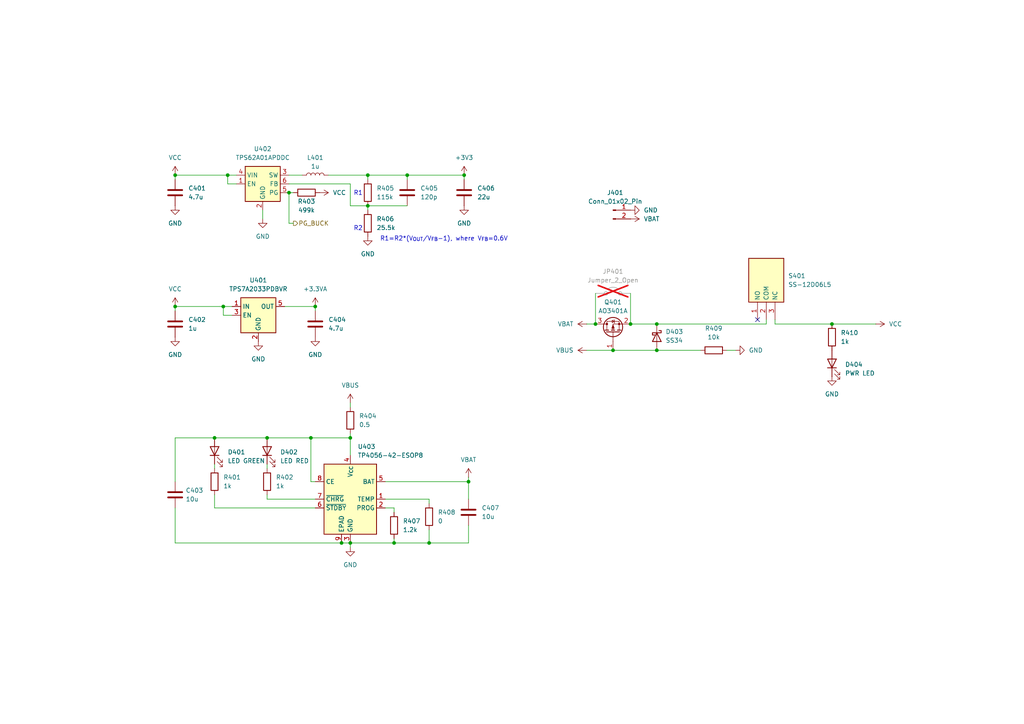
<source format=kicad_sch>
(kicad_sch (version 20250114) (generator "eeschema") (generator_version "9.0")
  (paper "A4")
  (title_block (title "Power") (date "2026-02-04") (rev "1.0.0"))
  (lib_symbols
    (symbol "Battery_Management:TP4056-42-ESOP8"
      (property "Reference" "U" (at -6.604 11.684 0))
      (property "Value" "TP4056-42-ESOP8" (at 10.16 11.684 0))
      (symbol "TP4056-42-ESOP8_1_0"
        (pin input line (at -10.16 5.08 0) (length 2.54) (name "CE") (number "8"))
        (pin open_collector line (at -10.16 0 0) (length 2.54) (name "~{CHRG}") (number "7"))
        (pin open_collector line (at -10.16 -2.54 0) (length 2.54) (name "~{STDBY}") (number "6"))
        (pin passive line (at -2.54 -12.7 90) (length 2.54) (name "EPAD") (number "9"))
        (pin power_in line (at 0 12.7 270) (length 2.54) (name "V_{CC}") (number "4"))
        (pin power_in line (at 0 -12.7 90) (length 2.54) (name "GND") (number "3"))
        (pin power_out line (at 10.16 5.08 180) (length 2.54) (name "BAT") (number "5"))
        (pin input line (at 10.16 0 180) (length 2.54) (name "TEMP") (number "1"))
        (pin passive line (at 10.16 -2.54 180) (length 2.54) (name "PROG") (number "2"))
      )
      (symbol "TP4056-42-ESOP8_1_1"
        (rectangle (start -7.62 10.16) (end 7.62 -10.16) (stroke (width 0.254)) (fill (type background)))
      )
    )
    (symbol "Connector:Conn_01x02_Pin" (pin_names (offset 1.016) (hide yes))
      (property "Reference" "J" (at 0 2.54 0))
      (property "Value" "Conn_01x02_Pin" (at 0 -5.08 0))
      (symbol "Conn_01x02_Pin_1_1"
        (rectangle (start 0.8636 0.127) (end 0 -0.127) (stroke (width 0.1524)) (fill (type outline)))
        (rectangle (start 0.8636 -2.413) (end 0 -2.667) (stroke (width 0.1524)) (fill (type outline)))
        (polyline (pts (xy 1.27 0) (xy 0.8636 0)) (stroke (width 0.1524)))
        (polyline (pts (xy 1.27 -2.54) (xy 0.8636 -2.54)) (stroke (width 0.1524)))
        (pin passive line (at 5.08 0 180) (length 3.81) (name "Pin_1") (number "1"))
        (pin passive line (at 5.08 -2.54 180) (length 3.81) (name "Pin_2") (number "2"))
      )
    )
    (symbol "Device:C" (pin_numbers (hide yes)) (pin_names (offset 0.254))
      (property "Reference" "C" (at 0.635 2.54 0))
      (property "Value" "C" (at 0.635 -2.54 0))
      (symbol "C_0_1"
        (polyline (pts (xy -2.032 0.762) (xy 2.032 0.762)) (stroke (width 0.508)))
        (polyline (pts (xy -2.032 -0.762) (xy 2.032 -0.762)) (stroke (width 0.508)))
      )
      (symbol "C_1_1"
        (pin passive line (at 0 3.81 270) (length 2.794) (name "~") (number "1"))
        (pin passive line (at 0 -3.81 90) (length 2.794) (name "~") (number "2"))
      )
    )
    (symbol "Device:L" (pin_numbers (hide yes)) (pin_names (offset 1.016) (hide yes))
      (property "Reference" "L" (at -1.27 0 90))
      (property "Value" "L" (at 1.905 0 90))
      (symbol "L_0_1"
        (arc (start 0 2.54) (mid 0.6323 1.905) (end 0 1.27))
        (arc (start 0 1.27) (mid 0.6323 0.635) (end 0 0))
        (arc (start 0 0) (mid 0.6323 -0.635) (end 0 -1.27))
        (arc (start 0 -1.27) (mid 0.6323 -1.905) (end 0 -2.54))
      )
      (symbol "L_1_1"
        (pin passive line (at 0 3.81 270) (length 1.27) (name "1") (number "1"))
        (pin passive line (at 0 -3.81 90) (length 1.27) (name "2") (number "2"))
      )
    )
    (symbol "Device:LED" (pin_numbers (hide yes)) (pin_names (offset 1.016) (hide yes))
      (property "Reference" "D" (at 0 2.54 0))
      (property "Value" "LED" (at 0 -2.54 0))
      (symbol "LED_0_1"
        (polyline (pts (xy -3.048 -0.762) (xy -4.572 -2.286) (xy -3.81 -2.286) (xy -4.572 -2.286) (xy -4.572 -1.524)))
        (polyline (pts (xy -1.778 -0.762) (xy -3.302 -2.286) (xy -2.54 -2.286) (xy -3.302 -2.286) (xy -3.302 -1.524)))
        (polyline (pts (xy -1.27 0) (xy 1.27 0)))
        (polyline (pts (xy -1.27 -1.27) (xy -1.27 1.27)) (stroke (width 0.254)))
        (polyline (pts (xy 1.27 -1.27) (xy 1.27 1.27) (xy -1.27 0) (xy 1.27 -1.27)) (stroke (width 0.254)))
      )
      (symbol "LED_1_1"
        (pin passive line (at -3.81 0 0) (length 2.54) (name "K") (number "1"))
        (pin passive line (at 3.81 0 180) (length 2.54) (name "A") (number "2"))
      )
    )
    (symbol "Device:R" (pin_numbers (hide yes)) (pin_names (offset 0))
      (property "Reference" "R" (at 2.032 0 90))
      (property "Value" "R" (at 0 0 90))
      (symbol "R_0_1"
        (rectangle (start -1.016 -2.54) (end 1.016 2.54) (stroke (width 0.254)))
      )
      (symbol "R_1_1"
        (pin passive line (at 0 3.81 270) (length 1.27) (name "~") (number "1"))
        (pin passive line (at 0 -3.81 90) (length 1.27) (name "~") (number "2"))
      )
    )
    (symbol "Diode:SS34" (pin_numbers (hide yes)) (pin_names (offset 1.016) (hide yes))
      (property "Reference" "D" (at 0 2.54 0))
      (property "Value" "SS34" (at 0 -2.54 0))
      (symbol "SS34_0_1"
        (polyline (pts (xy -1.905 0.635) (xy -1.905 1.27) (xy -1.27 1.27) (xy -1.27 -1.27) (xy -0.635 -1.27) (xy -0.635 -0.635)) (stroke (width 0.254)))
        (polyline (pts (xy 1.27 1.27) (xy 1.27 -1.27) (xy -1.27 0) (xy 1.27 1.27)) (stroke (width 0.254)))
        (polyline (pts (xy 1.27 0) (xy -1.27 0)))
      )
      (symbol "SS34_1_1"
        (pin passive line (at -3.81 0 0) (length 2.54) (name "K") (number "1"))
        (pin passive line (at 3.81 0 180) (length 2.54) (name "A") (number "2"))
      )
    )
    (symbol "Jumper:Jumper_2_Open" (pin_numbers (hide yes)) (pin_names (offset 0) (hide yes))
      (property "Reference" "JP" (at 0 2.794 0))
      (property "Value" "Jumper_2_Open" (at 0 -2.286 0))
      (symbol "Jumper_2_Open_0_0"
        (circle (center -2.032 0) (radius 0.508))
        (circle (center 2.032 0) (radius 0.508))
      )
      (symbol "Jumper_2_Open_0_1"
        (arc (start -1.524 1.27) (mid 0 1.778) (end 1.524 1.27))
      )
      (symbol "Jumper_2_Open_1_1"
        (pin passive line (at -5.08 0 0) (length 2.54) (name "A") (number "1"))
        (pin passive line (at 5.08 0 180) (length 2.54) (name "B") (number "2"))
      )
    )
    (symbol "Regulator_Linear:TPS7A0533PDBV"
      (property "Reference" "U" (at -3.81 6.35 0))
      (property "Value" "TPS7A0533PDBV" (at 6.35 6.35 0))
      (symbol "TPS7A0533PDBV_0_1"
        (rectangle (start -5.08 -5.08) (end 5.08 5.08) (stroke (width 0.254)) (fill (type background)))
        (pin power_in line (at -7.62 2.54 0) (length 2.54) (name "IN") (number "1"))
        (pin input line (at -7.62 0 0) (length 2.54) (name "EN") (number "3"))
        (pin power_in line (at 0 -7.62 90) (length 2.54) (name "GND") (number "2"))
        (pin no_connect line (at 5.08 0 180) (length 2.54) (hide yes) (name "NC") (number "4"))
        (pin power_out line (at 7.62 2.54 180) (length 2.54) (name "OUT") (number "5"))
      )
    )
    (symbol "Regulator_Switching:TPS62A01APDDC"
      (property "Reference" "U" (at -5.08 6.35 0))
      (property "Value" "TPS62A01APDDC" (at 0 6.35 0))
      (symbol "TPS62A01APDDC_0_1"
        (rectangle (start -5.08 5.08) (end 5.08 -5.08) (stroke (width 0.254)) (fill (type background)))
      )
      (symbol "TPS62A01APDDC_1_1"
        (pin power_in line (at -7.62 2.54 0) (length 2.54) (name "VIN") (number "4"))
        (pin input line (at -7.62 0 0) (length 2.54) (name "EN") (number "1"))
        (pin power_in line (at 0 -7.62 90) (length 2.54) (name "GND") (number "2"))
        (pin power_out line (at 7.62 2.54 180) (length 2.54) (name "SW") (number "3"))
        (pin input line (at 7.62 0 180) (length 2.54) (name "FB") (number "6"))
        (pin open_collector line (at 7.62 -2.54 180) (length 2.54) (name "PG") (number "5"))
      )
    )
    (symbol "SS-12D06L5:SS-12D06L5"
      (property "Reference" "S" (at 7.62 10.16 0))
      (property "Value" "SS-12D06L5" (at 7.62 7.62 0))
      (symbol "SS-12D06L5_1_1"
        (rectangle (start -6.35 5.08) (end 6.35 -5.08) (stroke (width 0.254)) (fill (type background)))
        (pin passive line (at -11.43 2.54 0) (length 5.08) (name "NO") (number "1"))
        (pin passive line (at -11.43 0 0) (length 5.08) (name "COM") (number "2"))
        (pin passive line (at -11.43 -2.54 0) (length 5.08) (name "NC") (number "3"))
      )
    )
    (symbol "Transistor_FET:AO3401A" (pin_names (hide yes))
      (property "Reference" "Q" (at 5.08 1.905 0))
      (property "Value" "AO3401A" (at 5.08 0 0))
      (symbol "AO3401A_0_1"
        (polyline (pts (xy 0.254 1.905) (xy 0.254 -1.905)) (stroke (width 0.254)))
        (polyline (pts (xy 0.254 0) (xy -2.54 0)))
        (polyline (pts (xy 0.762 2.286) (xy 0.762 1.27)) (stroke (width 0.254)))
        (polyline (pts (xy 0.762 1.778) (xy 3.302 1.778) (xy 3.302 -1.778) (xy 0.762 -1.778)))
        (polyline (pts (xy 0.762 0.508) (xy 0.762 -0.508)) (stroke (width 0.254)))
        (polyline (pts (xy 0.762 -1.27) (xy 0.762 -2.286)) (stroke (width 0.254)))
        (circle (center 1.651 0) (radius 2.794) (stroke (width 0.254)))
        (polyline (pts (xy 2.286 0) (xy 1.27 0.381) (xy 1.27 -0.381) (xy 2.286 0)) (fill (type outline)))
        (polyline (pts (xy 2.54 2.54) (xy 2.54 1.778)))
        (circle (center 2.54 1.778) (radius 0.254) (fill (type outline)))
        (circle (center 2.54 -1.778) (radius 0.254) (fill (type outline)))
        (polyline (pts (xy 2.54 -2.54) (xy 2.54 0) (xy 0.762 0)))
        (polyline (pts (xy 2.794 -0.508) (xy 2.921 -0.381) (xy 3.683 -0.381) (xy 3.81 -0.254)))
        (polyline (pts (xy 3.302 -0.381) (xy 2.921 0.254) (xy 3.683 0.254) (xy 3.302 -0.381)))
      )
      (symbol "AO3401A_1_1"
        (pin input line (at -5.08 0 0) (length 2.54) (name "G") (number "1"))
        (pin passive line (at 2.54 5.08 270) (length 2.54) (name "D") (number "3"))
        (pin passive line (at 2.54 -5.08 90) (length 2.54) (name "S") (number "2"))
      )
    )
    (symbol "power:+3.3VA" (power) (pin_numbers (hide yes)) (pin_names (offset 0) (hide yes))
      (property "Value" "+3.3VA" (at 0 3.556 0))
      (symbol "+3.3VA_0_1"
        (polyline (pts (xy -0.762 1.27) (xy 0 2.54)))
        (polyline (pts (xy 0 2.54) (xy 0.762 1.27)))
        (polyline (pts (xy 0 0) (xy 0 2.54)))
      )
      (symbol "+3.3VA_1_1"
        (pin power_in line (at 0 0 90) (length 0) (name "~") (number "1"))
      )
    )
    (symbol "power:+3V3" (power) (pin_numbers (hide yes)) (pin_names (offset 0) (hide yes))
      (property "Value" "+3V3" (at 0 3.556 0))
      (symbol "+3V3_0_1"
        (polyline (pts (xy -0.762 1.27) (xy 0 2.54)))
        (polyline (pts (xy 0 2.54) (xy 0.762 1.27)))
        (polyline (pts (xy 0 0) (xy 0 2.54)))
      )
      (symbol "+3V3_1_1"
        (pin power_in line (at 0 0 90) (length 0) (name "~") (number "1"))
      )
    )
    (symbol "power:GND" (power) (pin_numbers (hide yes)) (pin_names (offset 0) (hide yes))
      (property "Value" "GND" (at 0 -3.81 0))
      (symbol "GND_0_1"
        (polyline (pts (xy 0 0) (xy 0 -1.27) (xy 1.27 -1.27) (xy 0 -2.54) (xy -1.27 -1.27) (xy 0 -1.27)))
      )
      (symbol "GND_1_1"
        (pin power_in line (at 0 0 270) (length 0) (name "~") (number "1"))
      )
    )
    (symbol "power:VBUS" (power) (pin_numbers (hide yes)) (pin_names (offset 0) (hide yes))
      (property "Value" "VBUS" (at 0 3.556 0))
      (symbol "VBUS_0_1"
        (polyline (pts (xy -0.762 1.27) (xy 0 2.54)))
        (polyline (pts (xy 0 2.54) (xy 0.762 1.27)))
        (polyline (pts (xy 0 0) (xy 0 2.54)))
      )
      (symbol "VBUS_1_1"
        (pin power_in line (at 0 0 90) (length 0) (name "~") (number "1"))
      )
    )
    (symbol "power:VCC" (power) (pin_numbers (hide yes)) (pin_names (offset 0) (hide yes))
      (property "Value" "VCC" (at 0 3.556 0))
      (symbol "VCC_0_1"
        (polyline (pts (xy -0.762 1.27) (xy 0 2.54)))
        (polyline (pts (xy 0 2.54) (xy 0.762 1.27)))
        (polyline (pts (xy 0 0) (xy 0 2.54)))
      )
      (symbol "VCC_1_1"
        (pin power_in line (at 0 0 90) (length 0) (name "~") (number "1"))
      )
    )
  )
  (text "R1=R2*(V_{OUT}/V_{FB}-1), where V_{FB}=0.6V" (at 128.778 69.342 0) (effects (font (size 1.27 1.27))))
  (text "R1\n\n\n\n\nR2" (at 103.886 61.214 0) (effects (font (size 1.27 1.27))))
  (junction (at 83.82 55.88))
  (junction (at 90.17 127))
  (junction (at 118.11 50.8))
  (junction (at 66.04 50.8))
  (junction (at 182.88 93.98))
  (junction (at 134.62 50.8))
  (junction (at 101.6 157.48))
  (junction (at 124.46 157.48))
  (junction (at 172.72 93.98))
  (junction (at 135.89 139.7))
  (junction (at 106.68 59.69))
  (junction (at 50.8 50.8))
  (junction (at 77.47 127))
  (junction (at 64.77 88.9))
  (junction (at 190.5 101.6))
  (junction (at 106.68 50.8))
  (junction (at 177.8 101.6))
  (junction (at 190.5 93.98))
  (junction (at 50.8 88.9))
  (junction (at 99.06 157.48))
  (junction (at 241.3 93.98))
  (junction (at 114.3 157.48))
  (junction (at 91.44 88.9))
  (junction (at 62.23 127))
  (junction (at 101.6 127))
  (no_connect (at 219.71 92.71))
  (wire (pts (xy 170.18 101.6) (xy 177.8 101.6)))
  (wire (pts (xy 90.17 139.7) (xy 90.17 127)))
  (wire (pts (xy 111.76 144.78) (xy 124.46 144.78)))
  (wire (pts (xy 77.47 127) (xy 90.17 127)))
  (wire (pts (xy 124.46 157.48) (xy 114.3 157.48)))
  (wire (pts (xy 224.79 93.98) (xy 224.79 92.71)))
  (wire (pts (xy 50.8 127) (xy 62.23 127)))
  (wire (pts (xy 106.68 50.8) (xy 118.11 50.8)))
  (wire (pts (xy 95.25 50.8) (xy 106.68 50.8)))
  (wire (pts (xy 222.25 93.98) (xy 222.25 92.71)))
  (wire (pts (xy 190.5 101.6) (xy 203.2 101.6)))
  (wire (pts (xy 190.5 93.98) (xy 222.25 93.98)))
  (wire (pts (xy 64.77 91.44) (xy 64.77 88.9)))
  (wire (pts (xy 118.11 50.8) (xy 118.11 52.07)))
  (wire (pts (xy 134.62 50.8) (xy 134.62 52.07)))
  (wire (pts (xy 135.89 138.43) (xy 135.89 139.7)))
  (wire (pts (xy 50.8 127) (xy 50.8 139.7)))
  (wire (pts (xy 83.82 50.8) (xy 87.63 50.8)))
  (wire (pts (xy 50.8 147.32) (xy 50.8 157.48)))
  (wire (pts (xy 101.6 59.69) (xy 106.68 59.69)))
  (wire (pts (xy 99.06 157.48) (xy 101.6 157.48)))
  (wire (pts (xy 50.8 50.8) (xy 66.04 50.8)))
  (wire (pts (xy 66.04 50.8) (xy 68.58 50.8)))
  (wire (pts (xy 62.23 147.32) (xy 91.44 147.32)))
  (wire (pts (xy 62.23 127) (xy 77.47 127)))
  (wire (pts (xy 114.3 157.48) (xy 101.6 157.48)))
  (wire (pts (xy 213.36 101.6) (xy 210.82 101.6)))
  (wire (pts (xy 124.46 153.67) (xy 124.46 157.48)))
  (wire (pts (xy 67.31 91.44) (xy 64.77 91.44)))
  (wire (pts (xy 111.76 147.32) (xy 114.3 147.32)))
  (wire (pts (xy 101.6 158.75) (xy 101.6 157.48)))
  (wire (pts (xy 135.89 152.4) (xy 135.89 157.48)))
  (wire (pts (xy 83.82 53.34) (xy 101.6 53.34)))
  (wire (pts (xy 90.17 127) (xy 101.6 127)))
  (wire (pts (xy 124.46 144.78) (xy 124.46 146.05)))
  (wire (pts (xy 172.72 85.09) (xy 172.72 93.98)))
  (wire (pts (xy 135.89 139.7) (xy 135.89 144.78)))
  (wire (pts (xy 177.8 101.6) (xy 190.5 101.6)))
  (wire (pts (xy 106.68 59.69) (xy 118.11 59.69)))
  (wire (pts (xy 85.09 64.77) (xy 83.82 64.77)))
  (wire (pts (xy 101.6 125.73) (xy 101.6 127)))
  (wire (pts (xy 101.6 116.84) (xy 101.6 118.11)))
  (wire (pts (xy 50.8 157.48) (xy 99.06 157.48)))
  (wire (pts (xy 68.58 53.34) (xy 66.04 53.34)))
  (wire (pts (xy 114.3 156.21) (xy 114.3 157.48)))
  (wire (pts (xy 83.82 55.88) (xy 83.82 64.77)))
  (wire (pts (xy 224.79 93.98) (xy 241.3 93.98)))
  (wire (pts (xy 85.09 55.88) (xy 83.82 55.88)))
  (wire (pts (xy 106.68 50.8) (xy 106.68 52.07)))
  (wire (pts (xy 50.8 88.9) (xy 64.77 88.9)))
  (wire (pts (xy 101.6 53.34) (xy 101.6 59.69)))
  (wire (pts (xy 91.44 88.9) (xy 91.44 90.17)))
  (wire (pts (xy 135.89 157.48) (xy 124.46 157.48)))
  (wire (pts (xy 62.23 134.62) (xy 62.23 135.89)))
  (wire (pts (xy 50.8 90.17) (xy 50.8 88.9)))
  (wire (pts (xy 76.2 60.96) (xy 76.2 63.5)))
  (wire (pts (xy 241.3 93.98) (xy 254 93.98)))
  (wire (pts (xy 64.77 88.9) (xy 67.31 88.9)))
  (wire (pts (xy 77.47 143.51) (xy 77.47 144.78)))
  (wire (pts (xy 77.47 134.62) (xy 77.47 135.89)))
  (wire (pts (xy 66.04 50.8) (xy 66.04 53.34)))
  (wire (pts (xy 118.11 50.8) (xy 134.62 50.8)))
  (wire (pts (xy 82.55 88.9) (xy 91.44 88.9)))
  (wire (pts (xy 170.18 93.98) (xy 172.72 93.98)))
  (wire (pts (xy 111.76 139.7) (xy 135.89 139.7)))
  (wire (pts (xy 106.68 59.69) (xy 106.68 60.96)))
  (wire (pts (xy 114.3 147.32) (xy 114.3 148.59)))
  (wire (pts (xy 77.47 144.78) (xy 91.44 144.78)))
  (wire (pts (xy 50.8 50.8) (xy 50.8 52.07)))
  (wire (pts (xy 182.88 93.98) (xy 190.5 93.98)))
  (wire (pts (xy 101.6 127) (xy 101.6 132.08)))
  (wire (pts (xy 91.44 139.7) (xy 90.17 139.7)))
  (wire (pts (xy 182.88 85.09) (xy 182.88 93.98)))
  (wire (pts (xy 62.23 143.51) (xy 62.23 147.32)))
  (hierarchical_label "PG_BUCK" (shape output) (at 85.09 64.77 0))
  (symbol (lib_id "power:+3V3") (at 134.62 50.8 0) (unit 1)
    (property "Reference" "#PWR0413" (effects (hide yes)))
    (property "Value" "+3V3" (at 134.62 45.72 0))
    (property "Description" "Power symbol creates a global label with name \"+3V3\"" (effects (hide yes)))
  )
  (symbol (lib_id "Device:R") (at 207.01 101.6 90) (unit 1)
    (property "Reference" "R409" (at 207.01 95.25 90))
    (property "Value" "10k" (at 207.01 97.79 90))
    (property "Footprint" "Resistor_SMD:R_0603_1608Metric" (effects (hide yes)))
    (property "Description" "Resistor" (effects (hide yes)))
  )
  (symbol (lib_id "power:VBUS") (at 182.88 63.5 270) (unit 1)
    (property "Reference" "#PWR0419" (effects (hide yes)))
    (property "Value" "VBAT" (at 186.69 63.4999 90) (effects (justify left)))
    (property "Description" "Power symbol creates a global label with name \"VBUS\"" (effects (hide yes)))
  )
  (symbol (lib_id "power:GND") (at 50.8 97.79 0) (unit 1)
    (property "Reference" "#PWR0404" (effects (hide yes)))
    (property "Value" "GND" (at 50.8 102.87 0))
    (property "Description" "Power symbol creates a global label with name \"GND\" , ground" (effects (hide yes)))
  )
  (symbol (lib_id "Regulator_Switching:TPS62A01APDDC") (at 76.2 53.34 0) (unit 1)
    (property "Reference" "U402" (at 76.2 43.18 0))
    (property "Value" "TPS62A01APDDC" (at 76.2 45.72 0))
    (property "Footprint" "Package_TO_SOT_SMD:SOT-23-6" (effects (hide yes)))
    (property "Datasheet" "https://www.ti.com/lit/gpn/tps62a01a" (effects (hide yes)))
    (property "Description" "High Efficiency Synchronous Buck Converter with forced PWM, Adjustable Output 0.6V-5.5V, 1A, Power Good, Enable, SOT-23-6" (effects (hide yes)))
  )
  (symbol (lib_id "Diode:SS34") (at 190.5 97.79 270) (unit 1)
    (property "Reference" "D403" (at 193.04 96.2024 90) (effects (justify left)))
    (property "Value" "SS34" (at 193.04 98.7424 90) (effects (justify left)))
    (property "Footprint" "Diode_SMD:D_SMA" (effects (hide yes)))
    (property "Datasheet" "https://www.vishay.com/docs/88751/ss32.pdf" (effects (hide yes)))
    (property "Description" "40V 3A Schottky Diode, SMA" (effects (hide yes)))
  )
  (symbol (lib_id "power:GND") (at 241.3 109.22 0) (unit 1)
    (property "Reference" "#PWR0421" (effects (hide yes)))
    (property "Value" "GND" (at 241.3 114.3 0))
    (property "Description" "Power symbol creates a global label with name \"GND\" , ground" (effects (hide yes)))
  )
  (symbol (lib_id "power:VCC") (at 50.8 50.8 0) (unit 1)
    (property "Reference" "#PWR0401" (effects (hide yes)))
    (property "Value" "VCC" (at 50.8 45.72 0))
    (property "Description" "Power symbol creates a global label with name \"VCC\"" (effects (hide yes)))
  )
  (symbol (lib_id "Battery_Management:TP4056-42-ESOP8") (at 101.6 144.78 0) (unit 1)
    (property "Reference" "U403" (at 103.7433 129.54 0) (effects (justify left)))
    (property "Value" "TP4056-42-ESOP8" (at 103.7433 132.08 0) (effects (justify left)))
    (property "Footprint" "Package_SO:SOIC-8-1EP_3.9x4.9mm_P1.27mm_EP2.41x3.3mm_ThermalVias" (effects (hide yes)))
    (property "Datasheet" "https://www.lcsc.com/datasheet/lcsc_datasheet_2410121619_TOPPOWER-Nanjing-Extension-Microelectronics-TP4056-42-ESOP8_C16581.pdf" (effects (hide yes)))
    (property "Description" "1A Standalone Linear Li-ion/LiPo single-cell battery charger, 4.2V ±1% charge voltage, VCC = 4.0..8.0V, SOIC-8 (SOP-8)" (effects (hide yes)))
  )
  (symbol (lib_id "Device:C") (at 50.8 55.88 0) (unit 1)
    (property "Reference" "C401" (at 54.61 54.6099 0) (effects (justify left)))
    (property "Value" "4.7u" (at 54.61 57.1499 0) (effects (justify left)))
    (property "Footprint" "Capacitor_SMD:C_0603_1608Metric" (effects (hide yes)))
    (property "Description" "Unpolarized capacitor" (effects (hide yes)))
  )
  (symbol (lib_id "power:GND") (at 213.36 101.6 90) (unit 1)
    (property "Reference" "#PWR0420" (effects (hide yes)))
    (property "Value" "GND" (at 217.17 101.5999 90) (effects (justify right)))
    (property "Description" "Power symbol creates a global label with name \"GND\" , ground" (effects (hide yes)))
  )
  (symbol (lib_id "power:GND") (at 182.88 60.96 90) (unit 1)
    (property "Reference" "#PWR0418" (effects (hide yes)))
    (property "Value" "GND" (at 186.69 60.9599 90) (effects (justify right)))
    (property "Description" "Power symbol creates a global label with name \"GND\" , ground" (effects (hide yes)))
  )
  (symbol (lib_id "Transistor_FET:AO3401A") (at 177.8 96.52 90) (unit 1)
    (property "Reference" "Q401" (at 177.8 87.63 90))
    (property "Value" "AO3401A" (at 177.8 90.17 90))
    (property "Footprint" "Package_TO_SOT_SMD:SOT-23" (effects (hide yes)))
    (property "Datasheet" "http://www.aosmd.com/pdfs/datasheet/AO3401A.pdf" (effects (hide yes)))
    (property "Description" "-4.0A Id, -30V Vds, P-Channel MOSFET, SOT-23" (effects (hide yes)))
  )
  (symbol (lib_id "Device:R") (at 88.9 55.88 90) (unit 1)
    (property "Reference" "R403" (at 88.9 58.42 90))
    (property "Value" "499k" (at 88.9 60.96 90))
    (property "Footprint" "Resistor_SMD:R_0603_1608Metric" (effects (hide yes)))
    (property "Description" "Resistor" (effects (hide yes)))
  )
  (symbol (lib_id "power:VBUS") (at 135.89 138.43 0) (unit 1)
    (property "Reference" "#PWR0415" (effects (hide yes)))
    (property "Value" "VBAT" (at 135.89 133.35 0))
    (property "Description" "Power symbol creates a global label with name \"VBUS\"" (effects (hide yes)))
  )
  (symbol (lib_id "power:GND") (at 134.62 59.69 0) (unit 1)
    (property "Reference" "#PWR0414" (effects (hide yes)))
    (property "Value" "GND" (at 134.62 64.77 0))
    (property "Description" "Power symbol creates a global label with name \"GND\" , ground" (effects (hide yes)))
  )
  (symbol (lib_id "power:VBUS") (at 170.18 93.98 90) (unit 1)
    (property "Reference" "#PWR0416" (effects (hide yes)))
    (property "Value" "VBAT" (at 166.37 93.9799 90) (effects (justify left)))
    (property "Description" "Power symbol creates a global label with name \"VBUS\"" (effects (hide yes)))
  )
  (symbol (lib_id "Device:C") (at 91.44 93.98 0) (unit 1)
    (property "Reference" "C404" (at 95.25 92.7099 0) (effects (justify left)))
    (property "Value" "4.7u" (at 95.25 95.2499 0) (effects (justify left)))
    (property "Footprint" "Capacitor_SMD:C_0603_1608Metric" (effects (hide yes)))
    (property "Description" "Unpolarized capacitor" (effects (hide yes)))
  )
  (symbol (lib_id "Device:C") (at 135.89 148.59 0) (unit 1)
    (property "Reference" "C407" (at 139.7 147.3199 0) (effects (justify left)))
    (property "Value" "10u" (at 139.7 149.8599 0) (effects (justify left)))
    (property "Footprint" "Capacitor_SMD:C_0603_1608Metric" (effects (hide yes)))
    (property "Description" "Unpolarized capacitor" (effects (hide yes)))
  )
  (symbol (lib_id "Device:R") (at 241.3 97.79 0) (unit 1)
    (property "Reference" "R410" (at 243.84 96.5199 0) (effects (justify left)))
    (property "Value" "1k" (at 243.84 99.0599 0) (effects (justify left)))
    (property "Footprint" "Resistor_SMD:R_0603_1608Metric" (effects (hide yes)))
    (property "Description" "Resistor" (effects (hide yes)))
  )
  (symbol (lib_id "Regulator_Linear:TPS7A0533PDBV") (at 74.93 91.44 0) (unit 1)
    (property "Reference" "U401" (at 74.93 81.28 0))
    (property "Value" "TPS7A2033PDBVR" (at 74.93 83.82 0))
    (property "Footprint" "Package_TO_SOT_SMD:SOT-23-5" (effects (hide yes)))
    (property "Datasheet" "https://www.ti.com/lit/ds/symlink/tps7a05.pdf" (effects (hide yes)))
    (property "Description" "200-mA Ultra-Low-Iq LDO, 3.3V, SOT-23-5" (effects (hide yes)))
  )
  (symbol (lib_id "power:GND") (at 76.2 63.5 0) (unit 1)
    (property "Reference" "#PWR0406" (effects (hide yes)))
    (property "Value" "GND" (at 76.2 68.58 0))
    (property "Description" "Power symbol creates a global label with name \"GND\" , ground" (effects (hide yes)))
  )
  (symbol (lib_id "Device:LED") (at 241.3 105.41 90) (unit 1)
    (property "Reference" "D404" (at 245.11 105.7274 90) (effects (justify right)))
    (property "Value" "PWR LED" (at 245.11 108.2674 90) (effects (justify right)))
    (property "Footprint" "LED_THT:LED_D5.0mm" (effects (hide yes)))
    (property "Description" "Light emitting diode" (effects (hide yes)))
    (property "Sim.Pins" "1=K 2=A" (effects (hide yes)))
  )
  (symbol (lib_id "power:VCC") (at 92.71 55.88 270) (unit 1)
    (property "Reference" "#PWR0409" (effects (hide yes)))
    (property "Value" "VCC" (at 96.52 55.8799 90) (effects (justify left)))
    (property "Description" "Power symbol creates a global label with name \"VCC\"" (effects (hide yes)))
  )
  (symbol (lib_id "Jumper:Jumper_2_Open") (at 177.8 85.09 0) (unit 1) (dnp yes)
    (property "Reference" "JP401" (at 177.8 78.74 0))
    (property "Value" "Jumper_2_Open" (at 177.8 81.28 0))
    (property "Footprint" "TestPoint:TestPoint_2Pads_Pitch2.54mm_Drill0.8mm" (effects (hide yes)))
    (property "Description" "Jumper, 2-pole, open" (effects (hide yes)))
  )
  (symbol (lib_id "Device:R") (at 114.3 152.4 0) (unit 1)
    (property "Reference" "R407" (at 116.84 151.1299 0) (effects (justify left)))
    (property "Value" "1.2k" (at 116.84 153.6699 0) (effects (justify left)))
    (property "Footprint" "Resistor_SMD:R_0603_1608Metric" (effects (hide yes)))
    (property "Description" "Resistor" (effects (hide yes)))
  )
  (symbol (lib_id "power:VCC") (at 254 93.98 270) (unit 1)
    (property "Reference" "#PWR0422" (effects (hide yes)))
    (property "Value" "VCC" (at 257.81 93.9799 90) (effects (justify left)))
    (property "Description" "Power symbol creates a global label with name \"VCC\"" (effects (hide yes)))
  )
  (symbol (lib_id "Device:L") (at 91.44 50.8 90) (unit 1)
    (property "Reference" "L401" (at 91.44 45.72 90))
    (property "Value" "1u" (at 91.44 48.26 90))
    (property "Footprint" "Inductor_SMD:L_APV_ANR4020" (effects (hide yes)))
    (property "Description" "Inductor" (effects (hide yes)))
  )
  (symbol (lib_id "power:GND") (at 101.6 158.75 0) (unit 1)
    (property "Reference" "#PWR0411" (effects (hide yes)))
    (property "Value" "GND" (at 101.6 163.83 0))
    (property "Description" "Power symbol creates a global label with name \"GND\" , ground" (effects (hide yes)))
  )
  (symbol (lib_id "Device:R") (at 101.6 121.92 0) (unit 1)
    (property "Reference" "R404" (at 104.14 120.6499 0) (effects (justify left)))
    (property "Value" "0.5" (at 104.14 123.1899 0) (effects (justify left)))
    (property "Footprint" "Resistor_SMD:R_1210_3225Metric" (effects (hide yes)))
    (property "Description" "Resistor" (effects (hide yes)))
  )
  (symbol (lib_id "Device:R") (at 106.68 64.77 0) (unit 1)
    (property "Reference" "R406" (at 109.22 63.4999 0) (effects (justify left)))
    (property "Value" "25.5k" (at 109.22 66.0399 0) (effects (justify left)))
    (property "Footprint" "Resistor_SMD:R_0603_1608Metric" (effects (hide yes)))
    (property "Description" "Resistor" (effects (hide yes)))
  )
  (symbol (lib_id "Device:C") (at 50.8 143.51 0) (unit 1)
    (property "Reference" "C403" (at 53.848 142.24 0) (effects (justify left)))
    (property "Value" "10u" (at 53.848 144.78 0) (effects (justify left)))
    (property "Footprint" "Capacitor_SMD:C_0603_1608Metric" (effects (hide yes)))
    (property "Description" "Unpolarized capacitor" (effects (hide yes)))
  )
  (symbol (lib_id "Device:LED") (at 77.47 130.81 90) (unit 1)
    (property "Reference" "D402" (at 81.28 131.1274 90) (effects (justify right)))
    (property "Value" "LED RED" (at 81.28 133.6674 90) (effects (justify right)))
    (property "Footprint" "LED_SMD:LED_0603_1608Metric" (effects (hide yes)))
    (property "Description" "Light emitting diode" (effects (hide yes)))
    (property "Sim.Pins" "1=K 2=A" (effects (hide yes)))
  )
  (symbol (lib_id "Device:LED") (at 62.23 130.81 90) (unit 1)
    (property "Reference" "D401" (at 66.04 131.1274 90) (effects (justify right)))
    (property "Value" "LED GREEN" (at 66.04 133.6674 90) (effects (justify right)))
    (property "Footprint" "LED_SMD:LED_0603_1608Metric" (effects (hide yes)))
    (property "Description" "Light emitting diode" (effects (hide yes)))
    (property "Sim.Pins" "1=K 2=A" (effects (hide yes)))
  )
  (symbol (lib_id "power:GND") (at 50.8 59.69 0) (unit 1)
    (property "Reference" "#PWR0402" (effects (hide yes)))
    (property "Value" "GND" (at 50.8 64.77 0))
    (property "Description" "Power symbol creates a global label with name \"GND\" , ground" (effects (hide yes)))
  )
  (symbol (lib_id "Device:R") (at 106.68 55.88 0) (unit 1)
    (property "Reference" "R405" (at 109.22 54.6099 0) (effects (justify left)))
    (property "Value" "115k" (at 109.22 57.1499 0) (effects (justify left)))
    (property "Footprint" "Resistor_SMD:R_0603_1608Metric" (effects (hide yes)))
    (property "Description" "Resistor" (effects (hide yes)))
  )
  (symbol (lib_id "Device:R") (at 124.46 149.86 0) (unit 1)
    (property "Reference" "R408" (at 127 148.5899 0) (effects (justify left)))
    (property "Value" "0" (at 127 151.1299 0) (effects (justify left)))
    (property "Footprint" "Resistor_SMD:R_0603_1608Metric" (effects (hide yes)))
    (property "Description" "Resistor" (effects (hide yes)))
  )
  (symbol (lib_id "Device:R") (at 77.47 139.7 0) (unit 1)
    (property "Reference" "R402" (at 80.01 138.4299 0) (effects (justify left)))
    (property "Value" "1k" (at 80.01 140.9699 0) (effects (justify left)))
    (property "Footprint" "Resistor_SMD:R_0603_1608Metric" (effects (hide yes)))
    (property "Description" "Resistor" (effects (hide yes)))
  )
  (symbol (lib_id "power:VCC") (at 50.8 88.9 0) (unit 1)
    (property "Reference" "#PWR0403" (effects (hide yes)))
    (property "Value" "VCC" (at 50.8 83.82 0))
    (property "Description" "Power symbol creates a global label with name \"VCC\"" (effects (hide yes)))
  )
  (symbol (lib_id "Device:C") (at 134.62 55.88 0) (unit 1)
    (property "Reference" "C406" (at 138.43 54.6099 0) (effects (justify left)))
    (property "Value" "22u" (at 138.43 57.1499 0) (effects (justify left)))
    (property "Footprint" "Capacitor_SMD:C_0603_1608Metric" (effects (hide yes)))
    (property "Description" "Unpolarized capacitor" (effects (hide yes)))
  )
  (symbol (lib_id "power:GND") (at 91.44 97.79 0) (unit 1)
    (property "Reference" "#PWR0408" (effects (hide yes)))
    (property "Value" "GND" (at 91.44 102.87 0))
    (property "Description" "Power symbol creates a global label with name \"GND\" , ground" (effects (hide yes)))
  )
  (symbol (lib_id "power:+3.3VA") (at 91.44 88.9 0) (unit 1)
    (property "Reference" "#PWR0407" (effects (hide yes)))
    (property "Value" "+3.3VA" (at 91.44 83.82 0))
    (property "Description" "Power symbol creates a global label with name \"+3.3VA\"" (effects (hide yes)))
  )
  (symbol (lib_id "SS-12D06L5:SS-12D06L5") (at 222.25 81.28 90) (unit 1)
    (property "Reference" "S401" (at 228.6 80.0099 90) (effects (justify right)))
    (property "Value" "SS-12D06L5" (at 228.6 82.5499 90) (effects (justify right)))
    (property "Footprint" "SS-12D06L5:SS12D06L5" (effects (hide yes)))
    (property "Datasheet" "http://www.helloxkb.com/public/images/pdf/SS-12D06XXX.pdf" (effects (hide yes)))
    (property "Description" "Toggle switch, vertical bent foot two gears, plug-in, single row of high temperature salt fog resistant 24 hours,12.95x6.6x6.3 flat black handle 5mm" (effects (hide yes)))
    (property "Height" "6.6" (effects (hide yes)))
    (property "Manufacturer_Name" "XKB Connectivity" (effects (hide yes)))
    (property "Manufacturer_Part_Number" "SS-12D06L5" (effects (hide yes)))
  )
  (symbol (lib_id "Device:C") (at 50.8 93.98 0) (unit 1)
    (property "Reference" "C402" (at 54.61 92.7099 0) (effects (justify left)))
    (property "Value" "1u" (at 54.61 95.2499 0) (effects (justify left)))
    (property "Footprint" "Capacitor_SMD:C_0603_1608Metric" (effects (hide yes)))
    (property "Description" "Unpolarized capacitor" (effects (hide yes)))
  )
  (symbol (lib_id "power:VBUS") (at 101.6 116.84 0) (unit 1)
    (property "Reference" "#PWR0410" (effects (hide yes)))
    (property "Value" "VBUS" (at 101.6 111.76 0))
    (property "Description" "Power symbol creates a global label with name \"VBUS\"" (effects (hide yes)))
  )
  (symbol (lib_id "Device:C") (at 118.11 55.88 0) (unit 1)
    (property "Reference" "C405" (at 121.92 54.6099 0) (effects (justify left)))
    (property "Value" "120p" (at 121.92 57.1499 0) (effects (justify left)))
    (property "Footprint" "Capacitor_SMD:C_0603_1608Metric" (effects (hide yes)))
    (property "Description" "Unpolarized capacitor" (effects (hide yes)))
  )
  (symbol (lib_id "Device:R") (at 62.23 139.7 0) (unit 1)
    (property "Reference" "R401" (at 64.77 138.4299 0) (effects (justify left)))
    (property "Value" "1k" (at 64.77 140.9699 0) (effects (justify left)))
    (property "Footprint" "Resistor_SMD:R_0603_1608Metric" (effects (hide yes)))
    (property "Description" "Resistor" (effects (hide yes)))
  )
  (symbol (lib_id "power:GND") (at 74.93 99.06 0) (unit 1)
    (property "Reference" "#PWR0405" (effects (hide yes)))
    (property "Value" "GND" (at 74.93 104.14 0))
    (property "Description" "Power symbol creates a global label with name \"GND\" , ground" (effects (hide yes)))
  )
  (symbol (lib_id "power:GND") (at 106.68 68.58 0) (unit 1)
    (property "Reference" "#PWR0412" (effects (hide yes)))
    (property "Value" "GND" (at 106.68 73.66 0))
    (property "Description" "Power symbol creates a global label with name \"GND\" , ground" (effects (hide yes)))
  )
  (symbol (lib_id "power:VBUS") (at 170.18 101.6 90) (unit 1)
    (property "Reference" "#PWR0417" (effects (hide yes)))
    (property "Value" "VBUS" (at 166.37 101.5999 90) (effects (justify left)))
    (property "Description" "Power symbol creates a global label with name \"VBUS\"" (effects (hide yes)))
  )
  (symbol (lib_id "Connector:Conn_01x02_Pin") (at 177.8 60.96 0) (unit 1)
    (property "Reference" "J401" (at 178.435 55.88 0))
    (property "Value" "Conn_01x02_Pin" (at 178.435 58.42 0))
    (property "Footprint" "Connector_JST:JST_XH_B2B-XH-A_1x02_P2.50mm_Vertical" (effects (hide yes)))
    (property "Description" "Generic connector, single row, 01x02, script generated" (effects (hide yes)))
  )
)
</source>
